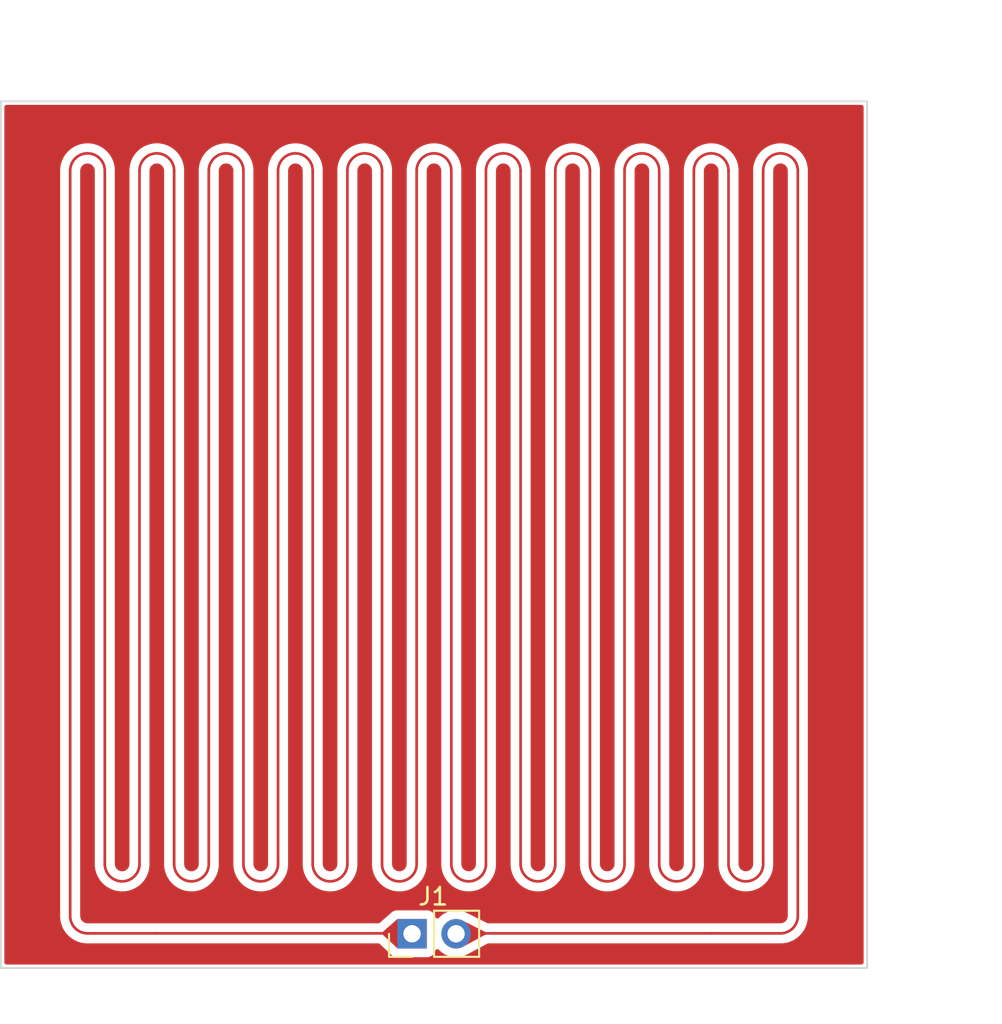
<source format=kicad_pcb>
(kicad_pcb (version 20221018) (generator pcbnew)
  (title_block (title "Reflow Plate Heatbed 50x50 mm") (date "2023-03-19") (rev "v1.0.0") (company "I. Kajdan"))
  (layers (0 "F.Cu" signal) (31 "B.Cu" signal) (37 "F.SilkS" user "F.Silkscreen") (44 "Edge.Cuts" user))
  (net 0 "")
  (net 1 "Net-(J1-Pin_1)")
  (footprint "Connector_PinHeader_2.54mm:PinHeader_1x02_P2.54mm_Vertical" (layer "F.Cu") (at 144.735 127.025 90)
    (fp_text reference "J1" (at 2.15 1.22) (layer "F.SilkS"))
    (fp_text value "PWR")
    (fp_line (start -1.33 -1.33) (end 0 -1.33) (stroke (width 0.12)) (layer "F.SilkS"))
    (fp_line (start -1.33 0) (end -1.33 -1.33) (stroke (width 0.12)) (layer "F.SilkS"))
    (fp_line (start -1.33 1.27) (end -1.33 3.87) (stroke (width 0.12)) (layer "F.SilkS"))
    (fp_line (start -1.33 1.27) (end 1.33 1.27) (stroke (width 0.12)) (layer "F.SilkS"))
    (fp_line (start -1.33 3.87) (end 1.33 3.87) (stroke (width 0.12)) (layer "F.SilkS"))
    (fp_line (start 1.33 1.27) (end 1.33 3.87) (stroke (width 0.12)) (layer "F.SilkS"))
    (pad "1" thru_hole rect (at 0 0 90) (size 1.7 1.7) (drill 1) (layers "*.Cu" "*.Mask") (net 1 "Net-(J1-Pin_1)"))
    (pad "2" thru_hole oval (at 0 2.54 90) (size 1.7 1.7) (drill 1) (layers "*.Cu" "*.Mask") (net 1 "Net-(J1-Pin_1)"))
  )
  (gr_line (start 171 129) (end 121 129) (stroke (width 0.1)) (layer "Edge.Cuts"))
  (gr_line (start 121 129) (end 121 79) (stroke (width 0.1)) (layer "Edge.Cuts"))
  (gr_line (start 121 79) (end 171 79) (stroke (width 0.1)) (layer "Edge.Cuts"))
  (gr_line (start 171 79) (end 171 129) (stroke (width 0.1)) (layer "Edge.Cuts"))
  (segment (start 162 127) (end 147.317677 127) (width 0.154) (layer "F.Cu") (net 1))
  (segment (start 129.999999 127) (end 126 127) (width 0.154) (layer "F.Cu") (net 1))
  (segment (start 166 127) (end 162 127) (width 0.154) (layer "F.Cu") (net 1))
  (segment (start 147 83) (end 147 123) (width 0.154) (layer "F.Cu") (net 1))
  (segment (start 143 83) (end 143 123) (width 0.154) (layer "F.Cu") (net 1))
  (segment (start 135 83) (end 135 123) (width 0.154) (layer "F.Cu") (net 1))
  (segment (start 149 83) (end 149 123) (width 0.154) (layer "F.Cu") (net 1))
  (segment (start 137 83) (end 137 123) (width 0.154) (layer "F.Cu") (net 1))
  (segment (start 163 123) (end 163 83) (width 0.154) (layer "F.Cu") (net 1))
  (segment (start 157 83) (end 157 123) (width 0.154) (layer "F.Cu") (net 1))
  (segment (start 141 83) (end 141 123) (width 0.154) (layer "F.Cu") (net 1))
  (segment (start 167 126) (end 167 122) (width 0.154) (layer "F.Cu") (net 1))
  (segment (start 144.692322 127) (end 129.999999 127) (width 0.154) (layer "F.Cu") (net 1))
  (segment (start 167 122) (end 167 83) (width 0.154) (layer "F.Cu") (net 1))
  (segment (start 131 83) (end 131 123) (width 0.154) (layer "F.Cu") (net 1))
  (segment (start 153 83) (end 153 123) (width 0.154) (layer "F.Cu") (net 1))
  (segment (start 133 83) (end 133 123) (width 0.154) (layer "F.Cu") (net 1))
  (segment (start 147.2875 127.0125) (end 147.275 127.025) (width 0.154) (layer "F.Cu") (net 1))
  (segment (start 161 83) (end 161 123) (width 0.154) (layer "F.Cu") (net 1))
  (segment (start 159 123) (end 159 83) (width 0.154) (layer "F.Cu") (net 1))
  (segment (start 125 126) (end 125 122) (width 0.154) (layer "F.Cu") (net 1))
  (segment (start 151 123) (end 151 83) (width 0.154) (layer "F.Cu") (net 1))
  (segment (start 129 83) (end 129 123) (width 0.154) (layer "F.Cu") (net 1))
  (segment (start 127 83) (end 127 123) (width 0.154) (layer "F.Cu") (net 1))
  (segment (start 165 123) (end 165 83) (width 0.154) (layer "F.Cu") (net 1))
  (segment (start 155 83) (end 155 123) (width 0.154) (layer "F.Cu") (net 1))
  (segment (start 125 83) (end 125 122) (width 0.154) (layer "F.Cu") (net 1))
  (segment (start 139 83) (end 139 123) (width 0.154) (layer "F.Cu") (net 1))
  (segment (start 145 83) (end 145 123) (width 0.154) (layer "F.Cu") (net 1))
  (segment (start 144.7225 127.0125) (end 144.735 127.025) (width 0.154) (layer "F.Cu") (net 1))
  (arc (start 126 82) (mid 125.292893 82.292893) (end 125 83) (width 0.154) (layer "F.Cu") (net 1))
  (arc (start 127 123) (mid 127.292893 123.707106) (end 128 124) (width 0.154) (layer "F.Cu") (net 1))
  (arc (start 159 123) (mid 159.292893 123.707106) (end 160 124) (width 0.154) (layer "F.Cu") (net 1))
  (arc (start 138 82) (mid 137.292893 82.292893) (end 137 83) (width 0.154) (layer "F.Cu") (net 1))
  (arc (start 155 123) (mid 155.292893 123.707106) (end 156 124) (width 0.154) (layer "F.Cu") (net 1))
  (arc (start 163 83) (mid 162.707106 82.292893) (end 162 82) (width 0.154) (layer "F.Cu") (net 1))
  (arc (start 147.317677 127) (mid 147.301345 127.003248) (end 147.2875 127.0125) (width 0.154) (layer "F.Cu") (net 1))
  (arc (start 135 123) (mid 135.292893 123.707106) (end 136 124) (width 0.154) (layer "F.Cu") (net 1))
  (arc (start 141 123) (mid 140.707106 123.707106) (end 140 124) (width 0.154) (layer "F.Cu") (net 1))
  (arc (start 158 82) (mid 157.292893 82.292893) (end 157 83) (width 0.154) (layer "F.Cu") (net 1))
  (arc (start 142 82) (mid 141.292893 82.292893) (end 141 83) (width 0.154) (layer "F.Cu") (net 1))
  (arc (start 147 83) (mid 146.707106 82.292893) (end 146 82) (width 0.154) (layer "F.Cu") (net 1))
  (arc (start 145 123) (mid 144.707106 123.707106) (end 144 124) (width 0.154) (layer "F.Cu") (net 1))
  (arc (start 154 82) (mid 153.292893 82.292893) (end 153 83) (width 0.154) (layer "F.Cu") (net 1))
  (arc (start 131 83) (mid 130.707106 82.292893) (end 130 82) (width 0.154) (layer "F.Cu") (net 1))
  (arc (start 135 83) (mid 134.707106 82.292893) (end 134 82) (width 0.154) (layer "F.Cu") (net 1))
  (arc (start 146 82) (mid 145.292893 82.292893) (end 145 83) (width 0.154) (layer "F.Cu") (net 1))
  (arc (start 143 83) (mid 142.707106 82.292893) (end 142 82) (width 0.154) (layer "F.Cu") (net 1))
  (arc (start 153 123) (mid 152.707106 123.707106) (end 152 124) (width 0.154) (layer "F.Cu") (net 1))
  (arc (start 150 82) (mid 149.292893 82.292893) (end 149 83) (width 0.154) (layer "F.Cu") (net 1))
  (arc (start 144.7225 127.0125) (mid 144.708654 127.003248) (end 144.692322 127) (width 0.154) (layer "F.Cu") (net 1))
  (arc (start 161 123) (mid 160.707106 123.707106) (end 160 124) (width 0.154) (layer "F.Cu") (net 1))
  (arc (start 149 123) (mid 148.707106 123.707106) (end 148 124) (width 0.154) (layer "F.Cu") (net 1))
  (arc (start 125 126) (mid 125.292893 126.707106) (end 126 127) (width 0.154) (layer "F.Cu") (net 1))
  (arc (start 133 123) (mid 132.707106 123.707106) (end 132 124) (width 0.154) (layer "F.Cu") (net 1))
  (arc (start 157 123) (mid 156.707106 123.707106) (end 156 124) (width 0.154) (layer "F.Cu") (net 1))
  (arc (start 139 83) (mid 138.707106 82.292893) (end 138 82) (width 0.154) (layer "F.Cu") (net 1))
  (arc (start 129 123) (mid 128.707106 123.707106) (end 128 124) (width 0.154) (layer "F.Cu") (net 1))
  (arc (start 139 123) (mid 139.292893 123.707106) (end 140 124) (width 0.154) (layer "F.Cu") (net 1))
  (arc (start 147 123) (mid 147.292893 123.707106) (end 148 124) (width 0.154) (layer "F.Cu") (net 1))
  (arc (start 127 83) (mid 126.707106 82.292893) (end 126 82) (width 0.154) (layer "F.Cu") (net 1))
  (arc (start 151 123) (mid 151.292893 123.707106) (end 152 124) (width 0.154) (layer "F.Cu") (net 1))
  (arc (start 162 82) (mid 161.292893 82.292893) (end 161 83) (width 0.154) (layer "F.Cu") (net 1))
  (arc (start 163 123) (mid 163.292893 123.707106) (end 164 124) (width 0.154) (layer "F.Cu") (net 1))
  (arc (start 165 123) (mid 164.707106 123.707106) (end 164 124) (width 0.154) (layer "F.Cu") (net 1))
  (arc (start 167 126) (mid 166.707106 126.707106) (end 166 127) (width 0.154) (layer "F.Cu") (net 1))
  (arc (start 151 83) (mid 150.707106 82.292893) (end 150 82) (width 0.154) (layer "F.Cu") (net 1))
  (arc (start 166 82) (mid 165.292893 82.292893) (end 165 83) (width 0.154) (layer "F.Cu") (net 1))
  (arc (start 137 123) (mid 136.707106 123.707106) (end 136 124) (width 0.154) (layer "F.Cu") (net 1))
  (arc (start 130 82) (mid 129.292893 82.292893) (end 129 83) (width 0.154) (layer "F.Cu") (net 1))
  (arc (start 131 123) (mid 131.292893 123.707106) (end 132 124) (width 0.154) (layer "F.Cu") (net 1))
  (arc (start 143 123) (mid 143.292893 123.707106) (end 144 124) (width 0.154) (layer "F.Cu") (net 1))
  (arc (start 167 83) (mid 166.707106 82.292893) (end 166 82) (width 0.154) (layer "F.Cu") (net 1))
  (arc (start 159 83) (mid 158.707106 82.292893) (end 158 82) (width 0.154) (layer "F.Cu") (net 1))
  (arc (start 134 82) (mid 133.292893 82.292893) (end 133 83) (width 0.154) (layer "F.Cu") (net 1))
  (arc (start 155 83) (mid 154.707106 82.292893) (end 154 82) (width 0.154) (layer "F.Cu") (net 1))
  (zone (net 0) (net_name "") (layer "F.Cu") (connect_pads (clearance 0.5)) (min_thickness 0.25) (fill yes (thermal_gap 0.5) (thermal_bridge_width 0.5) (island_removal_mode 1) (island_area_min 10))
    (polygon (pts (xy 121 79) (xy 171 79) (xy 171 129) (xy 121 129)))
  )
)
</source>
